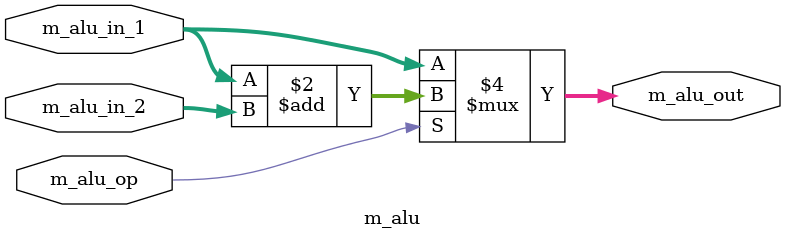
<source format=sv>
module m_alu (
  /* input */
  input logic        m_alu_op,
  input logic [63:0] m_alu_in_1,
  input logic [63:0] m_alu_in_2,
  /* output */
  output logic [63:0] m_alu_out
);

  always_comb begin
    case (m_alu_op)
      1'b1:    m_alu_out = m_alu_in_1 + m_alu_in_2;
      default: m_alu_out = m_alu_in_1;
    endcase
  end

endmodule
</source>
